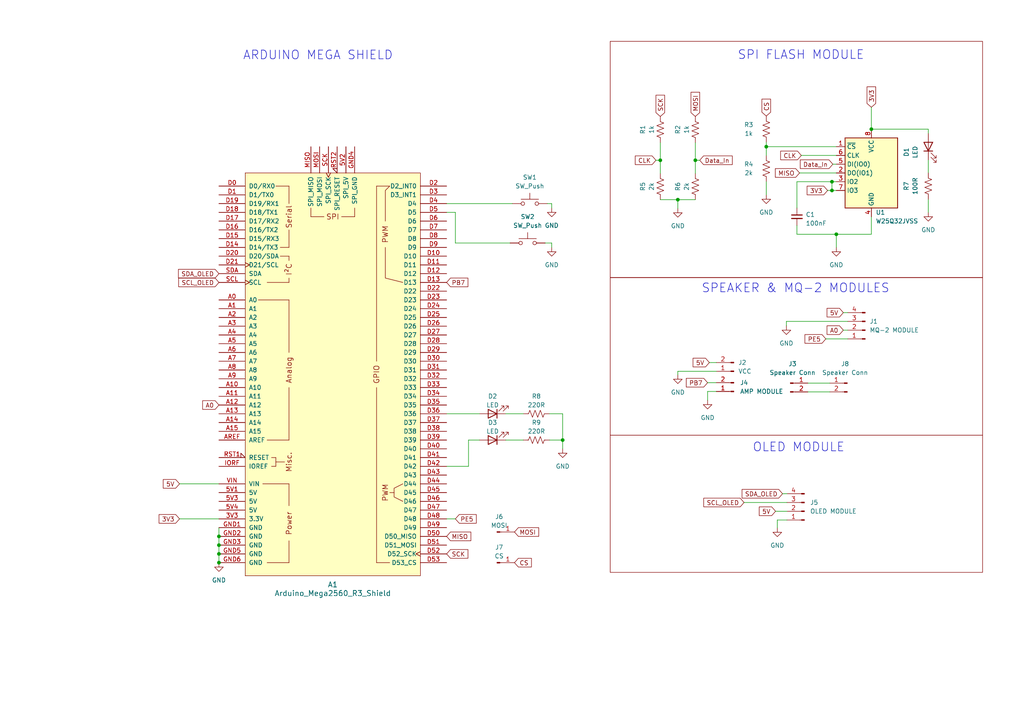
<source format=kicad_sch>
(kicad_sch (version 20230121) (generator eeschema)
  (paper "A4")
  (title_block (title "Proyek Mikrokontroler Sensor Gas") (date "2024-05-11") (rev "1.0"))
  (lib_symbols
    (symbol "Connector:Conn_01x01_Pin" (pin_names (offset 1.016) hide)
      (property "Reference" "J" (at 0 2.54 0))
      (property "Value" "Conn_01x01_Pin" (at 0 -2.54 0))
      (symbol "Conn_01x01_Pin_1_1"
        (polyline (pts (xy 1.27 0) (xy 0.8636 0)) (stroke (width 0.1524)))
        (rectangle (start 0.8636 0.127) (end 0 -0.127) (stroke (width 0.1524)) (fill (type outline)))
        (pin passive line (at 5.08 0 180) (length 3.81) (name "Pin_1") (number "1"))
      )
    )
    (symbol "Connector:Conn_01x02_Pin" (pin_names (offset 1.016) hide)
      (property "Reference" "J" (at 0 2.54 0))
      (property "Value" "Conn_01x02_Pin" (at 0 -5.08 0))
      (symbol "Conn_01x02_Pin_1_1"
        (polyline (pts (xy 1.27 -2.54) (xy 0.8636 -2.54)) (stroke (width 0.1524)))
        (polyline (pts (xy 1.27 0) (xy 0.8636 0)) (stroke (width 0.1524)))
        (rectangle (start 0.8636 -2.413) (end 0 -2.667) (stroke (width 0.1524)) (fill (type outline)))
        (rectangle (start 0.8636 0.127) (end 0 -0.127) (stroke (width 0.1524)) (fill (type outline)))
        (pin passive line (at 5.08 0 180) (length 3.81) (name "Pin_1") (number "1"))
        (pin passive line (at 5.08 -2.54 180) (length 3.81) (name "Pin_2") (number "2"))
      )
    )
    (symbol "Connector:Conn_01x04_Pin" (pin_names (offset 1.016) hide)
      (property "Reference" "J" (at 0 5.08 0))
      (property "Value" "Conn_01x04_Pin" (at 0 -7.62 0))
      (symbol "Conn_01x04_Pin_1_1"
        (polyline (pts (xy 1.27 -5.08) (xy 0.8636 -5.08)) (stroke (width 0.1524)))
        (polyline (pts (xy 1.27 -2.54) (xy 0.8636 -2.54)) (stroke (width 0.1524)))
        (polyline (pts (xy 1.27 0) (xy 0.8636 0)) (stroke (width 0.1524)))
        (polyline (pts (xy 1.27 2.54) (xy 0.8636 2.54)) (stroke (width 0.1524)))
        (rectangle (start 0.8636 -4.953) (end 0 -5.207) (stroke (width 0.1524)) (fill (type outline)))
        (rectangle (start 0.8636 -2.413) (end 0 -2.667) (stroke (width 0.1524)) (fill (type outline)))
        (rectangle (start 0.8636 0.127) (end 0 -0.127) (stroke (width 0.1524)) (fill (type outline)))
        (rectangle (start 0.8636 2.667) (end 0 2.413) (stroke (width 0.1524)) (fill (type outline)))
        (pin passive line (at 5.08 2.54 180) (length 3.81) (name "Pin_1") (number "1"))
        (pin passive line (at 5.08 0 180) (length 3.81) (name "Pin_2") (number "2"))
        (pin passive line (at 5.08 -2.54 180) (length 3.81) (name "Pin_3") (number "3"))
        (pin passive line (at 5.08 -5.08 180) (length 3.81) (name "Pin_4") (number "4"))
      )
    )
    (symbol "Device:C_Small" (pin_numbers hide) (pin_names (offset 0.254) hide)
      (property "Reference" "C" (at 0.254 1.778 0))
      (property "Value" "C_Small" (at 0.254 -2.032 0))
      (symbol "C_Small_0_1"
        (polyline (pts (xy -1.524 -0.508) (xy 1.524 -0.508)) (stroke (width 0.3302)))
        (polyline (pts (xy -1.524 0.508) (xy 1.524 0.508)) (stroke (width 0.3048)))
      )
      (symbol "C_Small_1_1"
        (pin passive line (at 0 2.54 270) (length 2.032) (name "~") (number "1"))
        (pin passive line (at 0 -2.54 90) (length 2.032) (name "~") (number "2"))
      )
    )
    (symbol "Device:LED" (pin_numbers hide) (pin_names (offset 1.016) hide)
      (property "Reference" "D" (at 0 2.54 0))
      (property "Value" "LED" (at 0 -2.54 0))
      (symbol "LED_0_1"
        (polyline (pts (xy -1.27 -1.27) (xy -1.27 1.27)) (stroke (width 0.254)))
        (polyline (pts (xy -1.27 0) (xy 1.27 0)))
        (polyline (pts (xy 1.27 -1.27) (xy 1.27 1.27) (xy -1.27 0) (xy 1.27 -1.27)) (stroke (width 0.254)))
        (polyline (pts (xy -3.048 -0.762) (xy -4.572 -2.286) (xy -3.81 -2.286) (xy -4.572 -2.286) (xy -4.572 -1.524)))
        (polyline (pts (xy -1.778 -0.762) (xy -3.302 -2.286) (xy -2.54 -2.286) (xy -3.302 -2.286) (xy -3.302 -1.524)))
      )
      (symbol "LED_1_1"
        (pin passive line (at -3.81 0 0) (length 2.54) (name "K") (number "1"))
        (pin passive line (at 3.81 0 180) (length 2.54) (name "A") (number "2"))
      )
    )
    (symbol "Device:R_US" (pin_numbers hide) (pin_names (offset 0))
      (property "Reference" "R" (at 2.54 0 90))
      (property "Value" "R_US" (at -2.54 0 90))
      (symbol "R_US_0_1"
        (polyline (pts (xy 0 -2.286) (xy 0 -2.54)))
        (polyline (pts (xy 0 2.286) (xy 0 2.54)))
        (polyline (pts (xy 0 -0.762) (xy 1.016 -1.143) (xy 0 -1.524) (xy -1.016 -1.905) (xy 0 -2.286)))
        (polyline (pts (xy 0 0.762) (xy 1.016 0.381) (xy 0 0) (xy -1.016 -0.381) (xy 0 -0.762)))
        (polyline (pts (xy 0 2.286) (xy 1.016 1.905) (xy 0 1.524) (xy -1.016 1.143) (xy 0 0.762)))
      )
      (symbol "R_US_1_1"
        (pin passive line (at 0 3.81 270) (length 1.27) (name "~") (number "1"))
        (pin passive line (at 0 -3.81 90) (length 1.27) (name "~") (number "2"))
      )
    )
    (symbol "Memory_Flash:W25Q32JVSS"
      (property "Reference" "U" (at -6.35 11.43 0))
      (property "Value" "W25Q32JVSS" (at 7.62 11.43 0))
      (symbol "W25Q32JVSS_0_1"
        (rectangle (start -7.62 10.16) (end 7.62 -10.16) (stroke (width 0.254)) (fill (type background)))
      )
      (symbol "W25Q32JVSS_1_1"
        (pin input line (at -10.16 7.62 0) (length 2.54) (name "~{CS}") (number "1"))
        (pin bidirectional line (at -10.16 0 0) (length 2.54) (name "DO(IO1)") (number "2"))
        (pin bidirectional line (at -10.16 -2.54 0) (length 2.54) (name "IO2") (number "3"))
        (pin power_in line (at 0 -12.7 90) (length 2.54) (name "GND") (number "4"))
        (pin bidirectional line (at -10.16 2.54 0) (length 2.54) (name "DI(IO0)") (number "5"))
        (pin input line (at -10.16 5.08 0) (length 2.54) (name "CLK") (number "6"))
        (pin bidirectional line (at -10.16 -5.08 0) (length 2.54) (name "IO3") (number "7"))
        (pin power_in line (at 0 12.7 270) (length 2.54) (name "VCC") (number "8"))
      )
    )
    (symbol "PCM_arduino-library:Arduino_Mega2560_R3_Shield" (pin_names (offset 1.016))
      (property "Reference" "A" (at 0 -62.23 0))
      (property "Value" "Arduino_Mega2560_R3_Shield" (at 0 -66.04 0))
      (symbol "Arduino_Mega2560_R3_Shield_0_0"
        (rectangle (start -25.4 -58.42) (end 25.4 58.42) (fill (type background)))
        (rectangle (start -20.32 -31.75) (end -12.7 -31.75))
        (rectangle (start -19.05 -54.61) (end -12.7 -54.61))
        (rectangle (start -19.05 -19.05) (end -12.7 -19.05))
        (rectangle (start -19.05 26.67) (end -12.7 26.67))
        (rectangle (start -17.78 -26.67) (end -16.51 -26.67))
        (rectangle (start -17.78 -24.13) (end -16.51 -24.13))
        (rectangle (start -16.51 -25.4) (end -13.97 -25.4))
        (rectangle (start -16.51 -24.13) (end -16.51 -26.67))
        (rectangle (start -16.51 54.61) (end -12.7 54.61))
        (rectangle (start -15.24 34.29) (end -12.7 34.29))
        (rectangle (start -15.24 36.83) (end -12.7 36.83))
        (rectangle (start -12.7 -54.61) (end -12.7 -48.26))
        (rectangle (start -12.7 -31.75) (end -12.7 -38.1))
        (rectangle (start -12.7 26.67) (end -12.7 27.94))
        (rectangle (start -12.7 34.29) (end -12.7 33.02))
        (rectangle (start -12.7 41.91) (end -12.7 36.83))
        (rectangle (start -12.7 49.53) (end -12.7 54.61))
        (rectangle (start -6.35 48.26) (end -6.35 45.72))
        (rectangle (start -2.54 45.72) (end -6.35 45.72))
        (polyline (pts (xy -21.59 21.59) (xy -12.7 21.59)))
        (polyline (pts (xy -12.7 -19.05) (xy -12.7 -3.81)))
        (polyline (pts (xy -12.7 6.35) (xy -12.7 21.59)))
        (polyline (pts (xy 12.7 -54.61) (xy 16.51 -54.61)))
        (polyline (pts (xy 12.7 54.61) (xy 16.51 54.61)))
        (polyline (pts (xy 17.78 -34.29) (xy 16.51 -34.29)))
        (polyline (pts (xy 15.24 36.83) (xy 15.24 27.94) (xy 20.32 26.67)))
        (polyline (pts (xy 15.24 44.45) (xy 15.24 53.34) (xy 16.51 54.61)))
        (polyline (pts (xy 20.32 -31.75) (xy 17.78 -33.02) (xy 17.78 -35.56) (xy 20.32 -36.83)))
        (rectangle (start 6.35 45.72) (end 2.54 45.72))
        (rectangle (start 6.35 48.26) (end 6.35 45.72))
        (text "Analog" (at -12.7 1.27 900) (effects (font (size 1.524 1.524))))
        (text "I²C" (at -12.7 30.48 900) (effects (font (size 1.524 1.524))))
        (text "Misc." (at -12.7 -25.4 900) (effects (font (size 1.524 1.524))))
        (text "Power" (at -12.7 -43.18 900) (effects (font (size 1.524 1.524))))
        (text "PWM" (at 15.24 -34.29 900) (effects (font (size 1.524 1.524))))
        (text "PWM" (at 15.24 40.64 900) (effects (font (size 1.524 1.524))))
        (text "Serial" (at -12.7 45.72 900) (effects (font (size 1.524 1.524))))
        (text "SPI" (at 0 45.72 0) (effects (font (size 1.524 1.524))))
      )
      (symbol "Arduino_Mega2560_R3_Shield_1_0"
        (rectangle (start 12.7 -54.61) (end 12.7 -3.81))
        (rectangle (start 12.7 54.61) (end 12.7 3.81))
        (text "GPIO" (at 12.7 0 900) (effects (font (size 1.524 1.524))))
      )
      (symbol "Arduino_Mega2560_R3_Shield_1_1"
        (pin power_out line (at -33.02 -41.91 0) (length 7.62) (name "3.3V") (number "3V3"))
        (pin power_in line (at -33.02 -34.29 0) (length 7.62) (name "5V") (number "5V1"))
        (pin power_in line (at 3.81 66.04 270) (length 7.62) (name "SPI_5V") (number "5V2"))
        (pin power_in line (at -33.02 -36.83 0) (length 7.62) (name "5V") (number "5V3"))
        (pin power_in line (at -33.02 -39.37 0) (length 7.62) (name "5V") (number "5V4"))
        (pin bidirectional line (at -33.02 21.59 0) (length 7.62) (name "A0") (number "A0"))
        (pin bidirectional line (at -33.02 19.05 0) (length 7.62) (name "A1") (number "A1"))
        (pin bidirectional line (at -33.02 -3.81 0) (length 7.62) (name "A10") (number "A10"))
        (pin bidirectional line (at -33.02 -6.35 0) (length 7.62) (name "A11") (number "A11"))
        (pin bidirectional line (at -33.02 -8.89 0) (length 7.62) (name "A12") (number "A12"))
        (pin bidirectional line (at -33.02 -11.43 0) (length 7.62) (name "A13") (number "A13"))
        (pin bidirectional line (at -33.02 -13.97 0) (length 7.62) (name "A14") (number "A14"))
        (pin bidirectional line (at -33.02 -16.51 0) (length 7.62) (name "A15") (number "A15"))
        (pin bidirectional line (at -33.02 16.51 0) (length 7.62) (name "A2") (number "A2"))
        (pin bidirectional line (at -33.02 13.97 0) (length 7.62) (name "A3") (number "A3"))
        (pin bidirectional line (at -33.02 11.43 0) (length 7.62) (name "A4") (number "A4"))
        (pin bidirectional line (at -33.02 8.89 0) (length 7.62) (name "A5") (number "A5"))
        (pin bidirectional line (at -33.02 6.35 0) (length 7.62) (name "A6") (number "A6"))
        (pin bidirectional line (at -33.02 3.81 0) (length 7.62) (name "A7") (number "A7"))
        (pin bidirectional line (at -33.02 1.27 0) (length 7.62) (name "A8") (number "A8"))
        (pin bidirectional line (at -33.02 -1.27 0) (length 7.62) (name "A9") (number "A9"))
        (pin input line (at -33.02 -19.05 0) (length 7.62) (name "AREF") (number "AREF"))
        (pin bidirectional line (at -33.02 54.61 0) (length 7.62) (name "D0/RX0") (number "D0"))
        (pin bidirectional line (at -33.02 52.07 0) (length 7.62) (name "D1/TX0") (number "D1"))
        (pin bidirectional line (at 33.02 34.29 180) (length 7.62) (name "D10") (number "D10"))
        (pin bidirectional line (at 33.02 31.75 180) (length 7.62) (name "D11") (number "D11"))
        (pin bidirectional line (at 33.02 29.21 180) (length 7.62) (name "D12") (number "D12"))
        (pin bidirectional line (at 33.02 26.67 180) (length 7.62) (name "D13") (number "D13"))
        (pin bidirectional line (at -33.02 36.83 0) (length 7.62) (name "D14/TX3") (number "D14"))
        (pin bidirectional line (at -33.02 39.37 0) (length 7.62) (name "D15/RX3") (number "D15"))
        (pin bidirectional line (at -33.02 41.91 0) (length 7.62) (name "D16/TX2") (number "D16"))
        (pin bidirectional line (at -33.02 44.45 0) (length 7.62) (name "D17/RX2") (number "D17"))
        (pin bidirectional line (at -33.02 46.99 0) (length 7.62) (name "D18/TX1") (number "D18"))
        (pin bidirectional line (at -33.02 49.53 0) (length 7.62) (name "D19/RX1") (number "D19"))
        (pin bidirectional line (at 33.02 54.61 180) (length 7.62) (name "D2_INT0") (number "D2"))
        (pin bidirectional line (at -33.02 34.29 0) (length 7.62) (name "D20/SDA") (number "D20"))
        (pin bidirectional clock (at -33.02 31.75 0) (length 7.62) (name "D21/SCL") (number "D21"))
        (pin bidirectional line (at 33.02 24.13 180) (length 7.62) (name "D22") (number "D22"))
        (pin bidirectional line (at 33.02 21.59 180) (length 7.62) (name "D23") (number "D23"))
        (pin bidirectional line (at 33.02 19.05 180) (length 7.62) (name "D24") (number "D24"))
        (pin bidirectional line (at 33.02 16.51 180) (length 7.62) (name "D25") (number "D25"))
        (pin bidirectional line (at 33.02 13.97 180) (length 7.62) (name "D26") (number "D26"))
        (pin bidirectional line (at 33.02 11.43 180) (length 7.62) (name "D27") (number "D27"))
        (pin bidirectional line (at 33.02 8.89 180) (length 7.62) (name "D28") (number "D28"))
        (pin bidirectional line (at 33.02 6.35 180) (length 7.62) (name "D29") (number "D29"))
        (pin bidirectional line (at 33.02 52.07 180) (length 7.62) (name "D3_INT1") (number "D3"))
        (pin bidirectional line (at 33.02 3.81 180) (length 7.62) (name "D30") (number "D30"))
        (pin bidirectional line (at 33.02 1.27 180) (length 7.62) (name "D31") (number "D31"))
        (pin bidirectional line (at 33.02 -1.27 180) (length 7.62) (name "D32") (number "D32"))
        (pin bidirectional line (at 33.02 -3.81 180) (length 7.62) (name "D33") (number "D33"))
        (pin bidirectional line (at 33.02 -6.35 180) (length 7.62) (name "D34") (number "D34"))
        (pin bidirectional line (at 33.02 -8.89 180) (length 7.62) (name "D35") (number "D35"))
        (pin bidirectional line (at 33.02 -11.43 180) (length 7.62) (name "D36") (number "D36"))
        (pin bidirectional line (at 33.02 -13.97 180) (length 7.62) (name "D37") (number "D37"))
        (pin bidirectional line (at 33.02 -16.51 180) (length 7.62) (name "D38") (number "D38"))
        (pin bidirectional line (at 33.02 -19.05 180) (length 7.62) (name "D39") (number "D39"))
        (pin bidirectional line (at 33.02 49.53 180) (length 7.62) (name "D4") (number "D4"))
        (pin bidirectional line (at 33.02 -21.59 180) (length 7.62) (name "D40") (number "D40"))
        (pin bidirectional line (at 33.02 -24.13 180) (length 7.62) (name "D41") (number "D41"))
        (pin bidirectional line (at 33.02 -26.67 180) (length 7.62) (name "D42") (number "D42"))
        (pin bidirectional line (at 33.02 -29.21 180) (length 7.62) (name "D43") (number "D43"))
        (pin bidirectional line (at 33.02 -31.75 180) (length 7.62) (name "D44") (number "D44"))
        (pin bidirectional line (at 33.02 -34.29 180) (length 7.62) (name "D45") (number "D45"))
        (pin bidirectional line (at 33.02 -36.83 180) (length 7.62) (name "D46") (number "D46"))
        (pin bidirectional line (at 33.02 -39.37 180) (length 7.62) (name "D47") (number "D47"))
        (pin bidirectional line (at 33.02 -41.91 180) (length 7.62) (name "D48") (number "D48"))
        (pin bidirectional line (at 33.02 -44.45 180) (length 7.62) (name "D49") (number "D49"))
        (pin bidirectional line (at 33.02 46.99 180) (length 7.62) (name "D5") (number "D5"))
        (pin bidirectional line (at 33.02 -46.99 180) (length 7.62) (name "D50_MISO") (number "D50"))
        (pin bidirectional line (at 33.02 -49.53 180) (length 7.62) (name "D51_MOSI") (number "D51"))
        (pin bidirectional clock (at 33.02 -52.07 180) (length 7.62) (name "D52_SCK") (number "D52"))
        (pin bidirectional line (at 33.02 -54.61 180) (length 7.62) (name "D53_CS") (number "D53"))
        (pin bidirectional line (at 33.02 44.45 180) (length 7.62) (name "D6") (number "D6"))
        (pin bidirectional line (at 33.02 41.91 180) (length 7.62) (name "D7") (number "D7"))
        (pin bidirectional line (at 33.02 39.37 180) (length 7.62) (name "D8") (number "D8"))
        (pin bidirectional line (at 33.02 36.83 180) (length 7.62) (name "D9") (number "D9"))
        (pin power_in line (at -33.02 -44.45 0) (length 7.62) (name "GND") (number "GND1"))
        (pin power_in line (at -33.02 -46.99 0) (length 7.62) (name "GND") (number "GND2"))
        (pin power_in line (at -33.02 -49.53 0) (length 7.62) (name "GND") (number "GND3"))
        (pin power_in line (at 6.35 66.04 270) (length 7.62) (name "SPI_GND") (number "GND4"))
        (pin power_in line (at -33.02 -52.07 0) (length 7.62) (name "GND") (number "GND5"))
        (pin power_in line (at -33.02 -54.61 0) (length 7.62) (name "GND") (number "GND6"))
        (pin output line (at -33.02 -26.67 0) (length 7.62) (name "IOREF") (number "IORF"))
        (pin input line (at -6.35 66.04 270) (length 7.62) (name "SPI_MISO") (number "MISO"))
        (pin output line (at -3.81 66.04 270) (length 7.62) (name "SPI_MOSI") (number "MOSI"))
        (pin open_collector input_low (at -33.02 -24.13 0) (length 7.62) (name "RESET") (number "RST1"))
        (pin open_collector input_low (at 1.27 66.04 270) (length 7.62) (name "SPI_RESET") (number "RST2"))
        (pin output clock (at -1.27 66.04 270) (length 7.62) (name "SPI_SCK") (number "SCK"))
        (pin bidirectional clock (at -33.02 26.67 0) (length 7.62) (name "SCL") (number "SCL"))
        (pin bidirectional line (at -33.02 29.21 0) (length 7.62) (name "SDA") (number "SDA"))
        (pin power_in line (at -33.02 -31.75 0) (length 7.62) (name "VIN") (number "VIN"))
      )
    )
    (symbol "Switch:SW_Push" (pin_numbers hide) (pin_names (offset 1.016) hide)
      (property "Reference" "SW" (at 1.27 2.54 0))
      (property "Value" "SW_Push" (at 0 -1.524 0))
      (symbol "SW_Push_0_1"
        (circle (center -2.032 0) (radius 0.508))
        (polyline (pts (xy 0 1.27) (xy 0 3.048)))
        (polyline (pts (xy 2.54 1.27) (xy -2.54 1.27)))
        (circle (center 2.032 0) (radius 0.508))
        (pin passive line (at -5.08 0 0) (length 2.54) (name "1") (number "1"))
        (pin passive line (at 5.08 0 180) (length 2.54) (name "2") (number "2"))
      )
    )
    (symbol "power:GND" (power) (pin_names (offset 0))
      (property "Value" "GND" (at 0 -3.81 0))
      (symbol "GND_0_1"
        (polyline (pts (xy 0 0) (xy 0 -1.27) (xy 1.27 -1.27) (xy 0 -2.54) (xy -1.27 -1.27) (xy 0 -1.27)))
      )
      (symbol "GND_1_1"
        (pin power_in line (at 0 0 270) (length 0) hide (name "GND") (number "1"))
      )
    )
  )
  (junction (at 63.5 160.655))
  (junction (at 241.3 52.705))
  (junction (at 63.5 155.575))
  (junction (at 63.5 158.115))
  (junction (at 242.57 67.945))
  (junction (at 191.516 46.482))
  (junction (at 63.5 163.195))
  (junction (at 163.195 127.635))
  (junction (at 196.596 57.912))
  (junction (at 222.25 42.545))
  (junction (at 201.676 46.482))
  (junction (at 252.73 37.465))
  (junction (at 241.3 55.245))
  (wire (pts (xy 159.385 120.015) (xy 163.195 120.015)))
  (wire (pts (xy 226.9744 143.2052) (xy 228.2444 143.2052)))
  (wire (pts (xy 129.54 135.255) (xy 135.89 135.255)))
  (wire (pts (xy 129.54 120.015) (xy 139.065 120.015)))
  (wire (pts (xy 228.092 93.218) (xy 228.092 94.488)))
  (wire (pts (xy 52.07 150.495) (xy 63.5 150.495)))
  (wire (pts (xy 242.57 67.945) (xy 242.57 71.755)))
  (wire (pts (xy 244.602 95.758) (xy 245.872 95.758)))
  (wire (pts (xy 63.5 160.655) (xy 63.5 163.195)))
  (wire (pts (xy 191.516 57.912) (xy 196.596 57.912)))
  (wire (pts (xy 222.25 52.705) (xy 222.25 56.515)))
  (wire (pts (xy 269.24 50.165) (xy 269.24 46.355)))
  (wire (pts (xy 234.315 113.665) (xy 240.665 113.665)))
  (wire (pts (xy 241.554 47.625) (xy 242.57 47.625)))
  (wire (pts (xy 135.89 135.255) (xy 135.89 127.635)))
  (wire (pts (xy 147.955 70.485) (xy 132.08 70.485)))
  (wire (pts (xy 205.232 110.998) (xy 207.772 110.998)))
  (wire (pts (xy 196.596 57.912) (xy 201.676 57.912)))
  (wire (pts (xy 201.676 41.402) (xy 201.676 46.482)))
  (wire (pts (xy 132.08 61.595) (xy 129.54 61.595)))
  (wire (pts (xy 129.54 59.055) (xy 148.59 59.055)))
  (wire (pts (xy 224.9424 148.2852) (xy 228.2444 148.2852)))
  (wire (pts (xy 146.685 127.635) (xy 151.765 127.635)))
  (wire (pts (xy 205.232 116.078) (xy 205.232 113.538)))
  (wire (pts (xy 160.02 70.485) (xy 158.115 70.485)))
  (wire (pts (xy 158.75 59.055) (xy 160.02 59.055)))
  (wire (pts (xy 222.25 41.275) (xy 222.25 42.545)))
  (wire (pts (xy 135.89 127.635) (xy 139.065 127.635)))
  (wire (pts (xy 52.07 140.335) (xy 63.5 140.335)))
  (wire (pts (xy 129.54 150.495) (xy 132.08 150.495)))
  (wire (pts (xy 269.24 57.785) (xy 269.24 61.595)))
  (wire (pts (xy 205.74 105.156) (xy 207.772 105.156)))
  (wire (pts (xy 63.5 158.115) (xy 63.5 160.655)))
  (wire (pts (xy 242.57 67.945) (xy 252.73 67.945)))
  (wire (pts (xy 201.676 46.482) (xy 202.946 46.482)))
  (wire (pts (xy 244.602 90.678) (xy 245.872 90.678)))
  (wire (pts (xy 215.7984 145.7452) (xy 228.2444 145.7452)))
  (wire (pts (xy 252.73 31.115) (xy 252.73 37.465)))
  (wire (pts (xy 228.2444 150.8252) (xy 225.4504 150.8252)))
  (wire (pts (xy 231.14 52.705) (xy 241.3 52.705)))
  (wire (pts (xy 196.596 57.912) (xy 196.596 60.452)))
  (wire (pts (xy 159.385 127.635) (xy 163.195 127.635)))
  (wire (pts (xy 146.685 120.015) (xy 151.765 120.015)))
  (wire (pts (xy 191.516 46.482) (xy 191.516 50.292)))
  (wire (pts (xy 231.902 50.165) (xy 242.57 50.165)))
  (wire (pts (xy 232.41 45.085) (xy 242.57 45.085)))
  (wire (pts (xy 241.3 52.705) (xy 242.57 52.705)))
  (wire (pts (xy 191.516 41.402) (xy 191.516 46.482)))
  (wire (pts (xy 160.02 60.325) (xy 160.02 59.055)))
  (wire (pts (xy 239.522 98.298) (xy 245.872 98.298)))
  (wire (pts (xy 163.195 127.635) (xy 163.195 130.175)))
  (wire (pts (xy 201.676 46.482) (xy 201.676 50.292)))
  (wire (pts (xy 231.14 52.705) (xy 231.14 60.325)))
  (wire (pts (xy 205.232 113.538) (xy 207.772 113.538)))
  (wire (pts (xy 252.73 67.945) (xy 252.73 62.865)))
  (wire (pts (xy 252.73 37.465) (xy 269.24 37.465)))
  (wire (pts (xy 231.14 67.945) (xy 242.57 67.945)))
  (wire (pts (xy 240.03 55.245) (xy 241.3 55.245)))
  (wire (pts (xy 160.02 71.755) (xy 160.02 70.485)))
  (wire (pts (xy 222.25 42.545) (xy 222.25 45.085)))
  (wire (pts (xy 190.246 46.482) (xy 191.516 46.482)))
  (wire (pts (xy 207.772 107.696) (xy 196.596 107.696)))
  (wire (pts (xy 225.4504 150.8252) (xy 225.4504 153.1112)))
  (wire (pts (xy 231.14 65.405) (xy 231.14 67.945)))
  (wire (pts (xy 163.195 120.015) (xy 163.195 127.635)))
  (wire (pts (xy 196.596 107.696) (xy 196.596 108.712)))
  (wire (pts (xy 269.24 37.465) (xy 269.24 38.735)))
  (wire (pts (xy 242.57 42.545) (xy 222.25 42.545)))
  (wire (pts (xy 63.5 155.575) (xy 63.5 158.115)))
  (wire (pts (xy 245.872 93.218) (xy 228.092 93.218)))
  (wire (pts (xy 63.5 153.035) (xy 63.5 155.575)))
  (wire (pts (xy 241.3 52.705) (xy 241.3 55.245)))
  (wire (pts (xy 241.3 55.245) (xy 242.57 55.245)))
  (wire (pts (xy 234.315 111.125) (xy 240.665 111.125)))
  (wire (pts (xy 132.08 70.485) (xy 132.08 61.595)))
  (rectangle (start 176.9872 80.518) (end 284.988 126.238) (stroke (width 0) (color 132 0 0 1)))
  (rectangle (start 176.9872 11.9888) (end 284.988 80.518) (stroke (width 0) (color 132 0 0 1)))
  (rectangle (start 176.9872 126.238) (end 284.988 166.0144) (stroke (width 0) (color 132 0 0 1)))
  (text "SPI FLASH MODULE" (at 250.7488 17.526 0) (effects (font (size 2.54 2.54)) (justify right bottom)))
  (text "OLED MODULE" (at 245.0592 131.318 0) (effects (font (size 2.54 2.54)) (justify right bottom)))
  (text "SPEAKER & MQ-2 MODULES" (at 258.064 85.1916 0) (effects (font (size 2.54 2.54)) (justify right bottom)))
  (text "ARDUINO MEGA SHIELD" (at 114.046 17.6276 0) (effects (font (size 2.54 2.54)) (justify right bottom)))
  (global_label "SDA_OLED" (shape input) (at 226.9744 143.2052 180) (property "Intersheetrefs" "${INTERSHEET_REFS}" (effects hide)))
  (global_label "A0" (shape input) (at 244.602 95.758 180) (property "Intersheetrefs" "${INTERSHEET_REFS}" (effects hide)))
  (global_label "MOSI" (shape input) (at 201.676 33.782 90) (property "Intersheetrefs" "${INTERSHEET_REFS}" (effects hide)))
  (global_label "SDA_OLED" (shape input) (at 63.5 79.375 180) (property "Intersheetrefs" "${INTERSHEET_REFS}" (effects hide)))
  (global_label "SCL_OLED" (shape input) (at 215.7984 145.7452 180) (property "Intersheetrefs" "${INTERSHEET_REFS}" (effects hide)))
  (global_label "3V3" (shape input) (at 240.03 55.245 180) (property "Intersheetrefs" "${INTERSHEET_REFS}" (effects hide)))
  (global_label "Data_In" (shape input) (at 241.554 47.625 180) (property "Intersheetrefs" "${INTERSHEET_REFS}" (effects hide)))
  (global_label "SCL_OLED" (shape input) (at 63.5 81.915 180) (property "Intersheetrefs" "${INTERSHEET_REFS}" (effects hide)))
  (global_label "MISO" (shape input) (at 231.902 50.165 180) (property "Intersheetrefs" "${INTERSHEET_REFS}" (effects hide)))
  (global_label "SCK" (shape input) (at 191.516 33.782 90) (property "Intersheetrefs" "${INTERSHEET_REFS}" (effects hide)))
  (global_label "PE5" (shape input) (at 239.522 98.298 180) (property "Intersheetrefs" "${INTERSHEET_REFS}" (effects hide)))
  (global_label "CS" (shape input) (at 149.225 163.195 0) (property "Intersheetrefs" "${INTERSHEET_REFS}" (effects hide)))
  (global_label "PE5" (shape input) (at 132.08 150.495 0) (property "Intersheetrefs" "${INTERSHEET_REFS}" (effects hide)))
  (global_label "5V" (shape input) (at 244.602 90.678 180) (property "Intersheetrefs" "${INTERSHEET_REFS}" (effects hide)))
  (global_label "Data_In" (shape input) (at 202.946 46.482 0) (property "Intersheetrefs" "${INTERSHEET_REFS}" (effects hide)))
  (global_label "5V" (shape input) (at 224.9424 148.2852 180) (property "Intersheetrefs" "${INTERSHEET_REFS}" (effects hide)))
  (global_label "3V3" (shape input) (at 252.73 31.115 90) (property "Intersheetrefs" "${INTERSHEET_REFS}" (effects hide)))
  (global_label "A0" (shape input) (at 63.5 117.475 180) (property "Intersheetrefs" "${INTERSHEET_REFS}" (effects hide)))
  (global_label "5V" (shape input) (at 52.07 140.335 180) (property "Intersheetrefs" "${INTERSHEET_REFS}" (effects hide)))
  (global_label "5V" (shape input) (at 205.74 105.156 180) (property "Intersheetrefs" "${INTERSHEET_REFS}" (effects hide)))
  (global_label "CLK" (shape input) (at 190.246 46.482 180) (property "Intersheetrefs" "${INTERSHEET_REFS}" (effects hide)))
  (global_label "3V3" (shape input) (at 52.07 150.495 180) (property "Intersheetrefs" "${INTERSHEET_REFS}" (effects hide)))
  (global_label "MOSI" (shape input) (at 149.225 154.305 0) (property "Intersheetrefs" "${INTERSHEET_REFS}" (effects hide)))
  (global_label "CLK" (shape input) (at 232.41 45.085 180) (property "Intersheetrefs" "${INTERSHEET_REFS}" (effects hide)))
  (global_label "SCK" (shape input) (at 129.54 160.655 0) (property "Intersheetrefs" "${INTERSHEET_REFS}" (effects hide)))
  (global_label "PB7" (shape input) (at 205.232 110.998 180) (property "Intersheetrefs" "${INTERSHEET_REFS}" (effects hide)))
  (global_label "CS" (shape input) (at 222.25 33.655 90) (property "Intersheetrefs" "${INTERSHEET_REFS}" (effects hide)))
  (global_label "MISO" (shape input) (at 129.54 155.575 0) (property "Intersheetrefs" "${INTERSHEET_REFS}" (effects hide)))
  (global_label "PB7" (shape input) (at 129.54 81.915 0) (property "Intersheetrefs" "${INTERSHEET_REFS}" (effects hide)))
  (symbol (lib_id "Device:LED") (at 142.875 120.015 180) (unit 1)
    (property "Reference" "D2" (at 142.875 114.935 0))
    (property "Value" "LED" (at 142.875 117.475 0))
    (property "Footprint" "LED_THT:LED_D5.0mm" (effects hide))
  )
  (symbol (lib_id "power:GND") (at 196.596 108.712 0) (unit 1)
    (property "Reference" "#PWR09" (effects hide))
    (property "Value" "GND" (at 196.596 113.792 0))
  )
  (symbol (lib_id "Device:R_US") (at 191.516 37.592 0) (unit 1)
    (property "Reference" "R1" (at 186.436 37.592 90))
    (property "Value" "1k" (at 188.976 37.592 90))
    (property "Footprint" "Resistor_SMD:R_1206_3216Metric" (effects hide))
  )
  (symbol (lib_id "Device:R_US") (at 222.25 37.465 180) (unit 1)
    (property "Reference" "R3" (at 217.17 36.195 0))
    (property "Value" "1k" (at 217.17 38.735 0))
    (property "Footprint" "Resistor_SMD:R_1206_3216Metric" (effects hide))
  )
  (symbol (lib_id "Switch:SW_Push") (at 153.035 70.485 0) (mirror y) (unit 1)
    (property "Reference" "SW2" (at 153.035 62.865 0))
    (property "Value" "SW_Push" (at 153.035 65.405 0))
    (property "Footprint" "Button_Switch_THT:SW_PUSH_6mm_H8mm" (effects hide))
  )
  (symbol (lib_id "PCM_arduino-library:Arduino_Mega2560_R3_Shield") (at 96.52 108.585 0) (unit 1)
    (property "Reference" "A1" (at 96.52 169.545 0) (effects (font (size 1.524 1.524))))
    (property "Value" "Arduino_Mega2560_R3_Shield" (at 96.52 172.085 0) (effects (font (size 1.524 1.524))))
    (property "Footprint" "PCM_arduino-library:Arduino_Mega2560_R3_Shield" (effects hide))
    (property "Datasheet" "https://docs.arduino.cc/hardware/mega-2560" (effects hide))
  )
  (symbol (lib_id "Device:R_US") (at 191.516 54.102 0) (unit 1)
    (property "Reference" "R5" (at 186.436 54.102 90))
    (property "Value" "2k" (at 188.976 54.102 90))
    (property "Footprint" "Resistor_SMD:R_1206_3216Metric" (effects hide))
  )
  (symbol (lib_id "power:GND") (at 196.596 60.452 0) (unit 1)
    (property "Reference" "#PWR04" (effects hide))
    (property "Value" "GND" (at 196.596 65.532 0))
  )
  (symbol (lib_id "power:GND") (at 228.092 94.488 0) (unit 1)
    (property "Reference" "#PWR08" (effects hide))
    (property "Value" "GND" (at 228.092 99.568 0))
  )
  (symbol (lib_id "power:GND") (at 163.195 130.175 0) (unit 1)
    (property "Reference" "#PWR011" (effects hide))
    (property "Value" "GND" (at 163.195 135.255 0))
  )
  (symbol (lib_id "power:GND") (at 242.57 71.755 0) (unit 1)
    (property "Reference" "#PWR07" (effects hide))
    (property "Value" "GND" (at 242.57 76.835 0))
  )
  (symbol (lib_id "Connector:Conn_01x02_Pin") (at 212.852 107.696 180) (unit 1)
    (property "Reference" "J2" (at 214.122 105.156 0) (effects (justify right)))
    (property "Value" "VCC" (at 214.122 107.696 0) (effects (justify right)))
    (property "Footprint" "Connector_PinSocket_2.54mm:PinSocket_1x02_P2.54mm_Vertical" (effects hide))
  )
  (symbol (lib_id "Device:R_US") (at 222.25 48.895 180) (unit 1)
    (property "Reference" "R4" (at 217.17 47.625 0))
    (property "Value" "2k" (at 217.17 50.165 0))
    (property "Footprint" "Resistor_SMD:R_1206_3216Metric" (effects hide))
  )
  (symbol (lib_id "Device:LED") (at 269.24 42.545 90) (unit 1)
    (property "Reference" "D1" (at 262.89 44.1325 0))
    (property "Value" "LED" (at 265.43 44.1325 0))
    (property "Footprint" "LED_SMD:LED_1206_3216Metric" (effects hide))
  )
  (symbol (lib_id "Connector:Conn_01x04_Pin") (at 233.3244 148.2852 180) (unit 1)
    (property "Reference" "J5" (at 234.95 145.7452 0) (effects (justify right)))
    (property "Value" "OLED MODULE" (at 234.95 148.2852 0) (effects (justify right)))
    (property "Footprint" "Connector_PinSocket_2.54mm:PinSocket_1x04_P2.54mm_Vertical" (effects hide))
  )
  (symbol (lib_id "power:GND") (at 222.25 56.515 0) (unit 1)
    (property "Reference" "#PWR02" (effects hide))
    (property "Value" "GND" (at 222.25 61.595 0))
  )
  (symbol (lib_id "Device:R_US") (at 155.575 127.635 90) (unit 1)
    (property "Reference" "R9" (at 155.575 122.555 90))
    (property "Value" "220R" (at 155.575 125.095 90))
    (property "Footprint" "Resistor_THT:R_Axial_DIN0207_L6.3mm_D2.5mm_P10.16mm_Horizontal" (effects hide))
  )
  (symbol (lib_id "power:GND") (at 205.232 116.078 0) (unit 1)
    (property "Reference" "#PWR010" (effects hide))
    (property "Value" "GND" (at 205.232 121.158 0))
  )
  (symbol (lib_id "Device:R_US") (at 201.676 54.102 0) (unit 1)
    (property "Reference" "R6" (at 196.596 54.102 90))
    (property "Value" "2k" (at 199.136 54.102 90))
    (property "Footprint" "Resistor_SMD:R_1206_3216Metric" (effects hide))
  )
  (symbol (lib_id "power:GND") (at 225.4504 153.1112 0) (unit 1)
    (property "Reference" "#PWR012" (effects hide))
    (property "Value" "GND" (at 225.4504 158.1912 0))
  )
  (symbol (lib_id "power:GND") (at 160.02 60.325 0) (mirror y) (unit 1)
    (property "Reference" "#PWR03" (effects hide))
    (property "Value" "GND" (at 160.02 65.405 0))
  )
  (symbol (lib_id "Device:C_Small") (at 231.14 62.865 0) (unit 1)
    (property "Reference" "C1" (at 233.68 62.2363 0) (effects (justify left)))
    (property "Value" "100nF" (at 233.68 64.7763 0) (effects (justify left)))
    (property "Footprint" "Capacitor_THT:C_Rect_L7.0mm_W2.5mm_P5.00mm" (effects hide))
  )
  (symbol (lib_id "Device:R_US") (at 201.676 37.592 0) (unit 1)
    (property "Reference" "R2" (at 196.596 37.592 90))
    (property "Value" "1k" (at 199.136 37.592 90))
    (property "Footprint" "Resistor_SMD:R_1206_3216Metric" (effects hide))
  )
  (symbol (lib_id "Switch:SW_Push") (at 153.67 59.055 0) (mirror y) (unit 1)
    (property "Reference" "SW1" (at 153.67 51.435 0))
    (property "Value" "SW_Push" (at 153.67 53.975 0))
    (property "Footprint" "Button_Switch_THT:SW_PUSH_6mm_H8mm" (effects hide))
  )
  (symbol (lib_id "Memory_Flash:W25Q32JVSS") (at 252.73 50.165 0) (unit 1)
    (property "Reference" "U1" (at 254 61.595 0) (effects (justify left)))
    (property "Value" "W25Q32JVSS" (at 254 64.135 0) (effects (justify left)))
    (property "Footprint" "Package_SO:SOP-8_5.28x5.23mm_P1.27mm" (effects hide))
    (property "Datasheet" "http://www.winbond.com/resource-files/w25q32jv%20revg%2003272018%20plus.pdf" (effects hide))
  )
  (symbol (lib_id "Connector:Conn_01x01_Pin") (at 144.145 154.305 0) (unit 1)
    (property "Reference" "J6" (at 144.78 149.86 0))
    (property "Value" "MOSI" (at 144.78 152.4 0))
    (property "Footprint" "Connector_PinHeader_2.54mm:PinHeader_1x01_P2.54mm_Vertical" (effects hide))
  )
  (symbol (lib_id "Connector:Conn_01x01_Pin") (at 144.145 163.195 0) (unit 1)
    (property "Reference" "J7" (at 144.78 158.75 0))
    (property "Value" "CS" (at 144.78 161.29 0))
    (property "Footprint" "Connector_PinHeader_2.54mm:PinHeader_1x01_P2.54mm_Vertical" (effects hide))
  )
  (symbol (lib_id "power:GND") (at 269.24 61.595 0) (unit 1)
    (property "Reference" "#PWR05" (effects hide))
    (property "Value" "GND" (at 269.24 66.675 0))
  )
  (symbol (lib_id "Connector:Conn_01x02_Pin") (at 229.235 111.125 0) (unit 1)
    (property "Reference" "J3" (at 229.87 105.537 0))
    (property "Value" "Speaker Conn" (at 229.87 108.077 0))
    (property "Footprint" "Connector_PinSocket_2.54mm:PinSocket_1x02_P2.54mm_Vertical" (effects hide))
  )
  (symbol (lib_id "Device:LED") (at 142.875 127.635 180) (unit 1)
    (property "Reference" "D3" (at 142.875 122.555 0))
    (property "Value" "LED" (at 142.875 125.095 0))
    (property "Footprint" "LED_THT:LED_D5.0mm" (effects hide))
  )
  (symbol (lib_id "power:GND") (at 160.02 71.755 0) (mirror y) (unit 1)
    (property "Reference" "#PWR06" (effects hide))
    (property "Value" "GND" (at 160.02 76.835 0))
  )
  (symbol (lib_id "Connector:Conn_01x04_Pin") (at 250.952 95.758 180) (unit 1)
    (property "Reference" "J1" (at 252.222 93.218 0) (effects (justify right)))
    (property "Value" "MQ-2 MODULE" (at 252.222 95.758 0) (effects (justify right)))
    (property "Footprint" "Connector_PinSocket_2.54mm:PinSocket_1x04_P2.54mm_Vertical" (effects hide))
  )
  (symbol (lib_id "power:GND") (at 63.5 163.195 0) (unit 1)
    (property "Reference" "#PWR013" (effects hide))
    (property "Value" "GND" (at 63.5 168.275 0))
  )
  (symbol (lib_id "Device:R_US") (at 269.24 53.975 180) (unit 1)
    (property "Reference" "R7" (at 262.89 53.975 90))
    (property "Value" "100R" (at 265.43 53.975 90))
    (property "Footprint" "Resistor_SMD:R_1206_3216Metric" (effects hide))
  )
  (symbol (lib_id "Device:R_US") (at 155.575 120.015 90) (unit 1)
    (property "Reference" "R8" (at 155.575 114.935 90))
    (property "Value" "220R" (at 155.575 117.475 90))
    (property "Footprint" "Resistor_THT:R_Axial_DIN0207_L6.3mm_D2.5mm_P10.16mm_Horizontal" (effects hide))
  )
  (symbol (lib_id "Connector:Conn_01x02_Pin") (at 212.852 113.538 180) (unit 1)
    (property "Reference" "J4" (at 214.63 110.998 0) (effects (justify right)))
    (property "Value" "AMP MODULE" (at 214.63 113.538 0) (effects (justify right)))
    (property "Footprint" "Connector_PinSocket_2.54mm:PinSocket_1x02_P2.54mm_Vertical" (effects hide))
  )
  (symbol (lib_id "Connector:Conn_01x02_Pin") (at 245.745 111.125 0) (mirror y) (unit 1)
    (property "Reference" "J8" (at 245.11 105.537 0))
    (property "Value" "Speaker Conn" (at 245.11 108.077 0))
    (property "Footprint" "Connector_PinSocket_2.54mm:PinSocket_1x02_P2.54mm_Vertical" (effects hide))
  )
)
</source>
